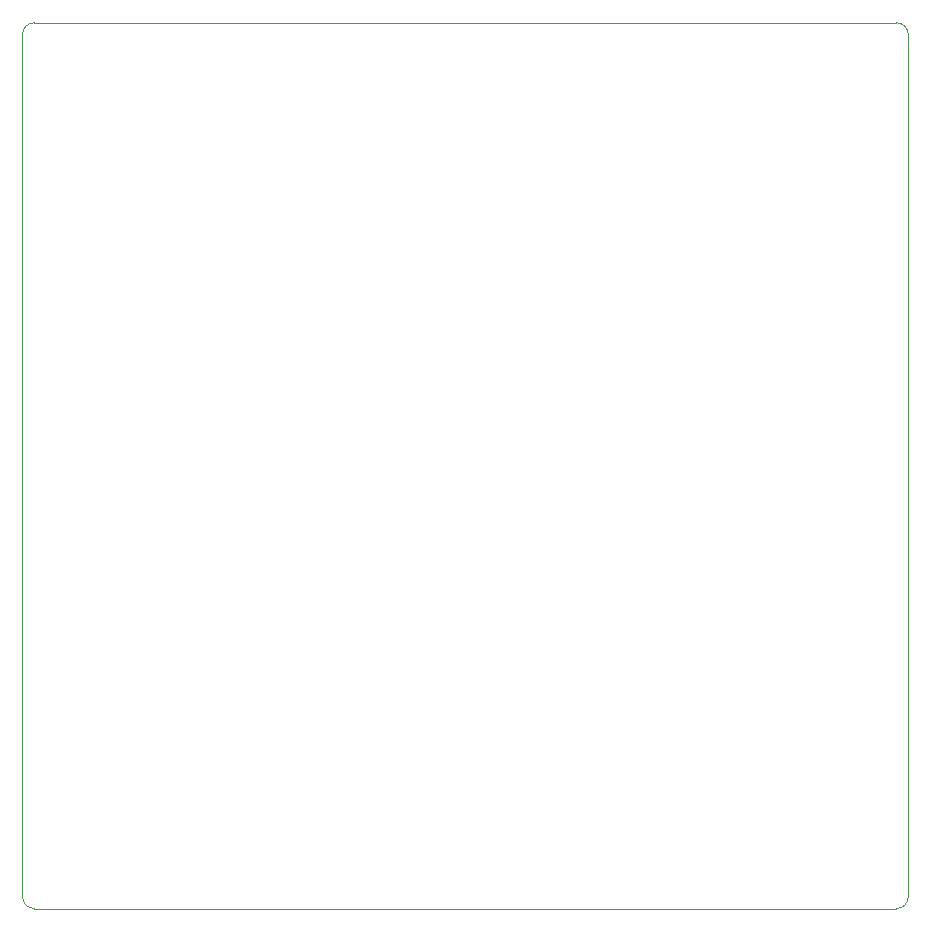
<source format=gbr>
%TF.GenerationSoftware,KiCad,Pcbnew,9.0.5*%
%TF.CreationDate,2025-12-29T18:05:57-08:00*%
%TF.ProjectId,vrb,7672622e-6b69-4636-9164-5f7063625858,rev?*%
%TF.SameCoordinates,Original*%
%TF.FileFunction,Profile,NP*%
%FSLAX46Y46*%
G04 Gerber Fmt 4.6, Leading zero omitted, Abs format (unit mm)*
G04 Created by KiCad (PCBNEW 9.0.5) date 2025-12-29 18:05:57*
%MOMM*%
%LPD*%
G01*
G04 APERTURE LIST*
%TA.AperFunction,Profile*%
%ADD10C,0.050000*%
%TD*%
G04 APERTURE END LIST*
D10*
X74000000Y-60000000D02*
X147000000Y-60000000D01*
X148000000Y-61000000D02*
X148000000Y-134000000D01*
X147000000Y-60000000D02*
G75*
G02*
X148000000Y-61000000I0J-1000000D01*
G01*
X148000000Y-134000000D02*
G75*
G02*
X147000000Y-135000000I-1000000J0D01*
G01*
X73000000Y-134000000D02*
X73000000Y-61000000D01*
X147000000Y-135000000D02*
X74000000Y-135000000D01*
X73000000Y-61000000D02*
G75*
G02*
X74000000Y-60000000I1000000J0D01*
G01*
X74000000Y-135000000D02*
G75*
G02*
X73000000Y-134000000I0J1000000D01*
G01*
M02*

</source>
